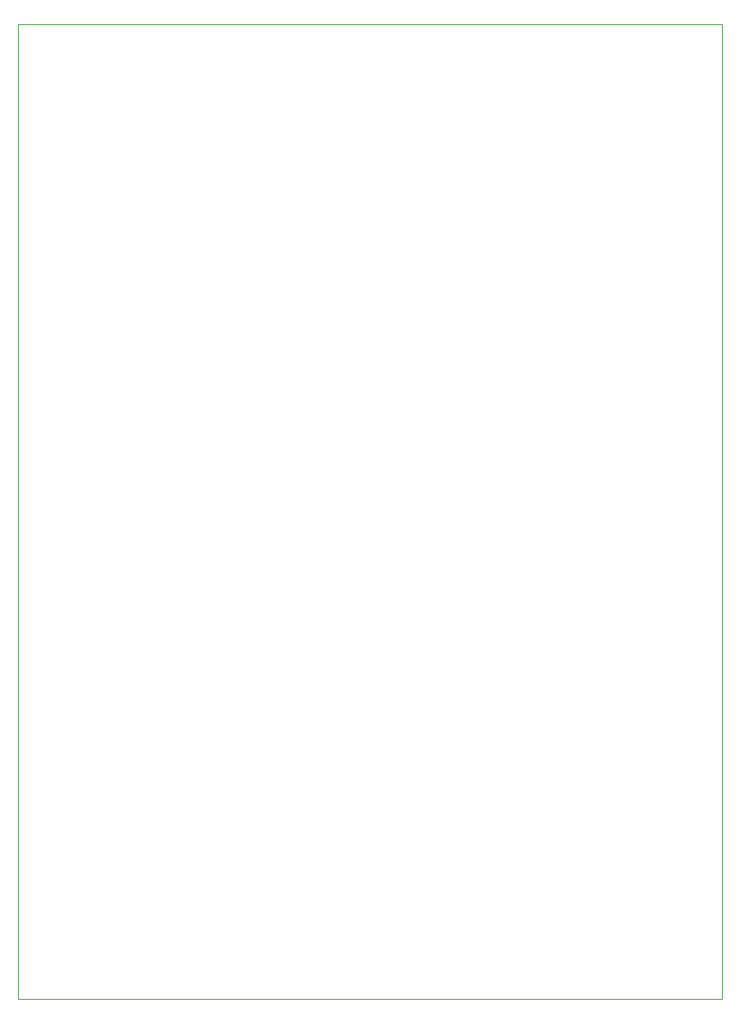
<source format=gm1>
G04 #@! TF.GenerationSoftware,KiCad,Pcbnew,(5.1.2)-2*
G04 #@! TF.CreationDate,2019-06-20T10:34:22-04:00*
G04 #@! TF.ProjectId,macropad,6d616372-6f70-4616-942e-6b696361645f,rev?*
G04 #@! TF.SameCoordinates,Original*
G04 #@! TF.FileFunction,Profile,NP*
%FSLAX46Y46*%
G04 Gerber Fmt 4.6, Leading zero omitted, Abs format (unit mm)*
G04 Created by KiCad (PCBNEW (5.1.2)-2) date 2019-06-20 10:34:22*
%MOMM*%
%LPD*%
G04 APERTURE LIST*
%ADD10C,0.100000*%
G04 APERTURE END LIST*
D10*
X172720000Y-38100000D02*
X121539000Y-38100000D01*
X172720000Y-143510000D02*
X172720000Y-38100000D01*
X96520000Y-143510000D02*
X172720000Y-143510000D01*
X96520000Y-38100000D02*
X96520000Y-143510000D01*
X121539000Y-38100000D02*
X96520000Y-38100000D01*
M02*

</source>
